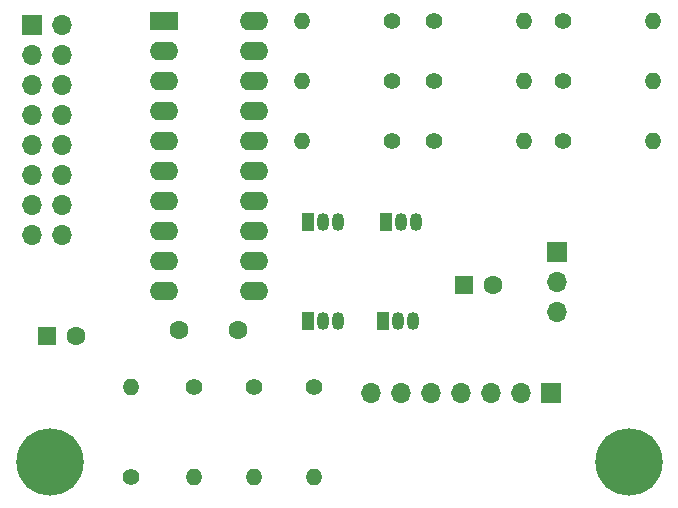
<source format=gbr>
%TF.GenerationSoftware,KiCad,Pcbnew,(5.1.9)-1*%
%TF.CreationDate,2021-05-20T14:34:39+02:00*%
%TF.ProjectId,ColorAce,436f6c6f-7241-4636-952e-6b696361645f,rev?*%
%TF.SameCoordinates,Original*%
%TF.FileFunction,Soldermask,Top*%
%TF.FilePolarity,Negative*%
%FSLAX46Y46*%
G04 Gerber Fmt 4.6, Leading zero omitted, Abs format (unit mm)*
G04 Created by KiCad (PCBNEW (5.1.9)-1) date 2021-05-20 14:34:39*
%MOMM*%
%LPD*%
G01*
G04 APERTURE LIST*
%ADD10O,1.400000X1.400000*%
%ADD11C,1.400000*%
%ADD12C,5.700000*%
%ADD13C,1.600000*%
%ADD14R,1.600000X1.600000*%
%ADD15R,1.700000X1.700000*%
%ADD16O,1.700000X1.700000*%
%ADD17R,1.050000X1.500000*%
%ADD18O,1.050000X1.500000*%
%ADD19R,2.400000X1.600000*%
%ADD20O,2.400000X1.600000*%
G04 APERTURE END LIST*
D10*
%TO.C,R11*%
X111506000Y-134112000D03*
D11*
X111506000Y-126492000D03*
%TD*%
D10*
%TO.C,R1*%
X115570000Y-105664000D03*
D11*
X123190000Y-105664000D03*
%TD*%
D10*
%TO.C,R2*%
X134366000Y-95504000D03*
D11*
X126746000Y-95504000D03*
%TD*%
D10*
%TO.C,R3*%
X145288000Y-95504000D03*
D11*
X137668000Y-95504000D03*
%TD*%
D10*
%TO.C,R4*%
X115570000Y-100584000D03*
D11*
X123190000Y-100584000D03*
%TD*%
D10*
%TO.C,R5*%
X134366000Y-100584000D03*
D11*
X126746000Y-100584000D03*
%TD*%
D10*
%TO.C,R6*%
X145288000Y-100584000D03*
D11*
X137668000Y-100584000D03*
%TD*%
D10*
%TO.C,R7*%
X115570000Y-95504000D03*
D11*
X123190000Y-95504000D03*
%TD*%
D10*
%TO.C,R8*%
X134366000Y-105664000D03*
D11*
X126746000Y-105664000D03*
%TD*%
D10*
%TO.C,R9*%
X145288000Y-105664000D03*
D11*
X137668000Y-105664000D03*
%TD*%
D10*
%TO.C,R10*%
X116586000Y-134112000D03*
D11*
X116586000Y-126492000D03*
%TD*%
D10*
%TO.C,R12*%
X106426000Y-134112000D03*
D11*
X106426000Y-126492000D03*
%TD*%
D10*
%TO.C,R13*%
X101092000Y-126492000D03*
D11*
X101092000Y-134112000D03*
%TD*%
D12*
%TO.C,MH2*%
X143256000Y-132842000D03*
%TD*%
%TO.C,MH1*%
X94234000Y-132842000D03*
%TD*%
D13*
%TO.C,C1*%
X105156000Y-121666000D03*
X110156000Y-121666000D03*
%TD*%
D14*
%TO.C,C2*%
X129286000Y-117856000D03*
D13*
X131786000Y-117856000D03*
%TD*%
%TO.C,C3*%
X96480000Y-122174000D03*
D14*
X93980000Y-122174000D03*
%TD*%
D15*
%TO.C,J1*%
X136652000Y-127000000D03*
D16*
X134112000Y-127000000D03*
X131572000Y-127000000D03*
X129032000Y-127000000D03*
X126492000Y-127000000D03*
X123952000Y-127000000D03*
X121412000Y-127000000D03*
%TD*%
D15*
%TO.C,J2*%
X92710000Y-95805000D03*
D16*
X95250000Y-95805000D03*
X92710000Y-98345000D03*
X95250000Y-98345000D03*
X92710000Y-100885000D03*
X95250000Y-100885000D03*
X92710000Y-103425000D03*
X95250000Y-103425000D03*
X92710000Y-105965000D03*
X95250000Y-105965000D03*
X92710000Y-108505000D03*
X95250000Y-108505000D03*
X92710000Y-111045000D03*
X95250000Y-111045000D03*
X92710000Y-113585000D03*
X95250000Y-113585000D03*
%TD*%
D17*
%TO.C,Q1*%
X116078000Y-112522000D03*
D18*
X118618000Y-112522000D03*
X117348000Y-112522000D03*
%TD*%
%TO.C,Q2*%
X123952000Y-112522000D03*
X125222000Y-112522000D03*
D17*
X122682000Y-112522000D03*
%TD*%
%TO.C,Q3*%
X122428000Y-120904000D03*
D18*
X124968000Y-120904000D03*
X123698000Y-120904000D03*
%TD*%
%TO.C,Q4*%
X117348000Y-120904000D03*
X118618000Y-120904000D03*
D17*
X116078000Y-120904000D03*
%TD*%
D15*
%TO.C,SW1*%
X137160000Y-115062000D03*
D16*
X137160000Y-117602000D03*
X137160000Y-120142000D03*
%TD*%
D19*
%TO.C,U1*%
X103886000Y-95504000D03*
D20*
X111506000Y-118364000D03*
X103886000Y-98044000D03*
X111506000Y-115824000D03*
X103886000Y-100584000D03*
X111506000Y-113284000D03*
X103886000Y-103124000D03*
X111506000Y-110744000D03*
X103886000Y-105664000D03*
X111506000Y-108204000D03*
X103886000Y-108204000D03*
X111506000Y-105664000D03*
X103886000Y-110744000D03*
X111506000Y-103124000D03*
X103886000Y-113284000D03*
X111506000Y-100584000D03*
X103886000Y-115824000D03*
X111506000Y-98044000D03*
X103886000Y-118364000D03*
X111506000Y-95504000D03*
%TD*%
M02*

</source>
